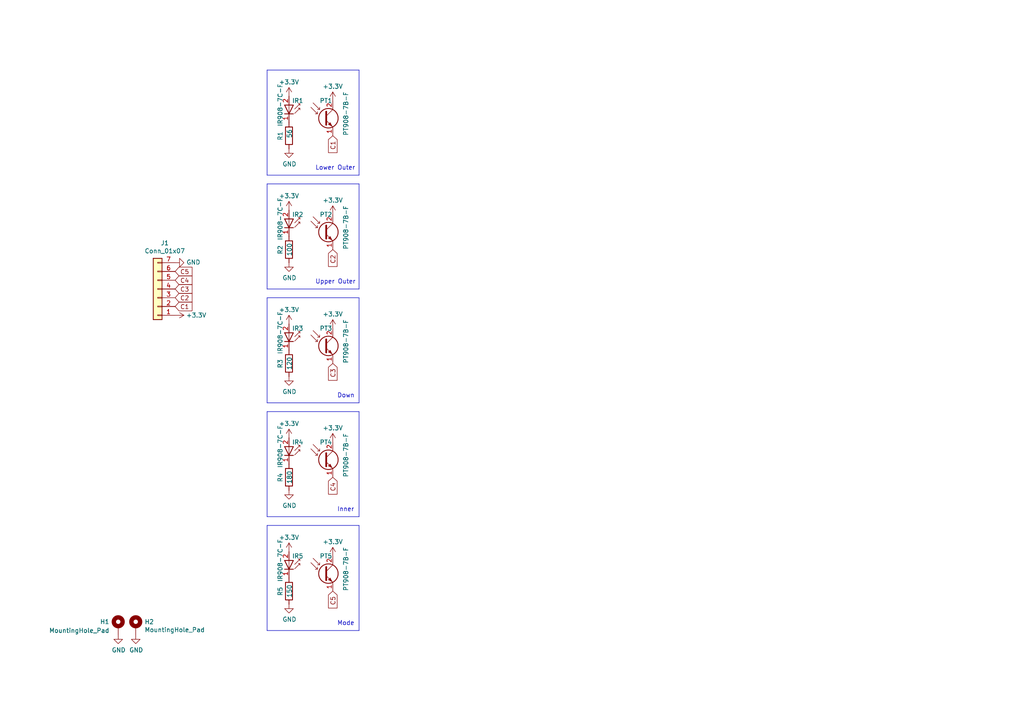
<source format=kicad_sch>
(kicad_sch (version 20230121) (generator eeschema)
  (paper "A4")
  (lib_symbols
    (symbol "Connector_Generic:Conn_01x07" (pin_names (offset 1.016) hide)
      (property "Reference" "J" (at 0 10.16 0))
      (property "Value" "Conn_01x07" (at 0 -10.16 0))
      (symbol "Conn_01x07_1_1"
        (rectangle (start -1.27 -7.493) (end 0 -7.747) (stroke (width 0.1524)))
        (rectangle (start -1.27 -4.953) (end 0 -5.207) (stroke (width 0.1524)))
        (rectangle (start -1.27 -2.413) (end 0 -2.667) (stroke (width 0.1524)))
        (rectangle (start -1.27 0.127) (end 0 -0.127) (stroke (width 0.1524)))
        (rectangle (start -1.27 2.667) (end 0 2.413) (stroke (width 0.1524)))
        (rectangle (start -1.27 5.207) (end 0 4.953) (stroke (width 0.1524)))
        (rectangle (start -1.27 7.747) (end 0 7.493) (stroke (width 0.1524)))
        (rectangle (start -1.27 8.89) (end 1.27 -8.89) (stroke (width 0.254)) (fill (type background)))
        (pin passive line (at -5.08 7.62 0) (length 3.81) (name "Pin_1") (number "1"))
        (pin passive line (at -5.08 5.08 0) (length 3.81) (name "Pin_2") (number "2"))
        (pin passive line (at -5.08 2.54 0) (length 3.81) (name "Pin_3") (number "3"))
        (pin passive line (at -5.08 0 0) (length 3.81) (name "Pin_4") (number "4"))
        (pin passive line (at -5.08 -2.54 0) (length 3.81) (name "Pin_5") (number "5"))
        (pin passive line (at -5.08 -5.08 0) (length 3.81) (name "Pin_6") (number "6"))
        (pin passive line (at -5.08 -7.62 0) (length 3.81) (name "Pin_7") (number "7"))
      )
    )
    (symbol "Device:R" (pin_numbers hide) (pin_names (offset 0))
      (property "Reference" "R" (at 2.032 0 90))
      (property "Value" "R" (at 0 0 90))
      (symbol "R_0_1"
        (rectangle (start -1.016 -2.54) (end 1.016 2.54) (stroke (width 0.254)))
      )
      (symbol "R_1_1"
        (pin passive line (at 0 3.81 270) (length 1.27) (name "~") (number "1"))
        (pin passive line (at 0 -3.81 90) (length 1.27) (name "~") (number "2"))
      )
    )
    (symbol "Mechanical:MountingHole_Pad" (pin_numbers hide) (pin_names (offset 1.016) hide)
      (property "Reference" "H" (at 0 6.35 0))
      (property "Value" "MountingHole_Pad" (at 0 4.445 0))
      (symbol "MountingHole_Pad_0_1"
        (circle (center 0 1.27) (radius 1.27) (stroke (width 1.27)))
      )
      (symbol "MountingHole_Pad_1_1"
        (pin input line (at 0 -2.54 90) (length 2.54) (name "1") (number "1"))
      )
    )
    (symbol "lalboard:IR908-7C-F" (pin_names (offset 1.016) hide)
      (property "Reference" "D" (at 1.778 3.048 0))
      (property "Value" "IR908-7C-F" (at -1.016 -2.794 0))
      (symbol "IR908-7C-F_0_1"
        (polyline (pts (xy -2.54 0) (xy 0 0)))
        (polyline (pts (xy -2.54 1.27) (xy -2.54 -1.27)) (stroke (width 0.254)))
        (polyline (pts (xy 0.381 3.175) (xy -0.127 3.175)))
        (polyline (pts (xy -1.143 1.651) (xy 0.381 3.175) (xy 0.381 2.667)))
        (polyline (pts (xy 0 -1.27) (xy 0 1.27) (xy -2.54 0) (xy 0 -1.27)) (stroke (width 0.254)))
        (polyline (pts (xy -2.413 1.651) (xy -0.889 3.175) (xy -0.889 2.667) (xy -0.889 3.175) (xy -1.397 3.175)))
      )
      (symbol "IR908-7C-F_1_1"
        (pin passive line (at -5.08 0 0) (length 2.54) (name "K") (number "1"))
        (pin passive line (at 2.54 0 180) (length 2.54) (name "A") (number "2"))
      )
    )
    (symbol "lalboard:PT908-7B-F" (pin_names (offset 0) hide)
      (property "Reference" "Q" (at 5.08 1.27 0))
      (property "Value" "PT908-7B-F" (at 5.08 -1.27 0))
      (symbol "PT908-7B-F_0_1"
        (polyline (pts (xy -1.905 1.27) (xy -2.54 1.27)))
        (polyline (pts (xy -1.27 2.54) (xy -1.905 2.54)))
        (polyline (pts (xy 0.635 0.635) (xy 2.54 2.54)))
        (polyline (pts (xy -3.81 3.175) (xy -1.905 1.27) (xy -1.905 1.905)))
        (polyline (pts (xy -3.175 4.445) (xy -1.27 2.54) (xy -1.27 3.175)))
        (polyline (pts (xy 0.635 -0.635) (xy 2.54 -2.54) (xy 2.54 -2.54)))
        (polyline (pts (xy 0.635 1.905) (xy 0.635 -1.905) (xy 0.635 -1.905)) (stroke (width 0.508)))
        (polyline (pts (xy 1.27 -1.778) (xy 1.778 -1.27) (xy 2.286 -2.286) (xy 1.27 -1.778) (xy 1.27 -1.778)) (fill (type outline)))
        (circle (center 1.27 0) (radius 2.8194) (stroke (width 0.254)))
      )
      (symbol "PT908-7B-F_1_1"
        (pin passive line (at 2.54 -5.08 90) (length 2.54) (name "E") (number "1"))
        (pin passive line (at 2.54 5.08 270) (length 2.54) (name "C") (number "2"))
      )
    )
    (symbol "power:+3.3V" (power) (pin_names (offset 0))
      (property "Value" "+3.3V" (at 0 3.556 0))
      (symbol "+3.3V_0_1"
        (polyline (pts (xy -0.762 1.27) (xy 0 2.54)))
        (polyline (pts (xy 0 0) (xy 0 2.54)))
        (polyline (pts (xy 0 2.54) (xy 0.762 1.27)))
      )
      (symbol "+3.3V_1_1"
        (pin power_in line (at 0 0 90) (length 0) hide (name "+3.3V") (number "1"))
      )
    )
    (symbol "power:GND" (power) (pin_names (offset 0))
      (property "Value" "GND" (at 0 -3.81 0))
      (symbol "GND_0_1"
        (polyline (pts (xy 0 0) (xy 0 -1.27) (xy 1.27 -1.27) (xy 0 -2.54) (xy -1.27 -1.27) (xy 0 -1.27)))
      )
      (symbol "GND_1_1"
        (pin power_in line (at 0 0 270) (length 0) hide (name "GND") (number "1"))
      )
    )
  )
  (polyline (pts (xy 77.47 20.32) (xy 104.14 20.32)))
  (polyline (pts (xy 77.47 152.4) (xy 104.14 152.4)))
  (polyline (pts (xy 104.14 20.32) (xy 104.14 50.8)))
  (polyline (pts (xy 104.14 83.82) (xy 77.47 83.82)))
  (polyline (pts (xy 77.47 20.32) (xy 77.47 50.8)))
  (polyline (pts (xy 104.14 119.38) (xy 104.14 149.86)))
  (polyline (pts (xy 104.14 50.8) (xy 77.47 50.8)))
  (polyline (pts (xy 77.47 86.36) (xy 77.47 116.84)))
  (polyline (pts (xy 104.14 86.36) (xy 104.14 116.84)))
  (polyline (pts (xy 77.47 53.34) (xy 104.14 53.34)))
  (polyline (pts (xy 77.47 53.34) (xy 77.47 83.82)))
  (polyline (pts (xy 77.47 152.4) (xy 77.47 182.88)))
  (polyline (pts (xy 77.47 119.38) (xy 77.47 149.86)))
  (polyline (pts (xy 104.14 149.86) (xy 77.47 149.86)))
  (polyline (pts (xy 104.14 182.88) (xy 77.47 182.88)))
  (polyline (pts (xy 104.14 116.84) (xy 77.47 116.84)))
  (polyline (pts (xy 104.14 53.34) (xy 104.14 83.82)))
  (polyline (pts (xy 77.47 86.36) (xy 104.14 86.36)))
  (polyline (pts (xy 104.14 152.4) (xy 104.14 182.88)))
  (polyline (pts (xy 77.47 119.38) (xy 104.14 119.38)))
  (text "Mode" (at 97.79 181.61 0) (effects (font (size 1.27 1.27)) (justify left bottom)))
  (text "Down" (at 97.79 115.57 0) (effects (font (size 1.27 1.27)) (justify left bottom)))
  (text "Upper Outer" (at 91.44 82.55 0) (effects (font (size 1.27 1.27)) (justify left bottom)))
  (text "Lower Outer" (at 91.44 49.53 0) (effects (font (size 1.27 1.27)) (justify left bottom)))
  (text "Inner" (at 97.79 148.59 0) (effects (font (size 1.27 1.27)) (justify left bottom)))
  (global_label "C5" (shape input) (at 96.52 171.45 270) (property "Intersheetrefs" "${INTERSHEET_REFS}" (effects hide)))
  (global_label "C3" (shape input) (at 96.52 105.41 270) (property "Intersheetrefs" "${INTERSHEET_REFS}" (effects hide)))
  (global_label "C1" (shape input) (at 96.52 39.37 270) (property "Intersheetrefs" "${INTERSHEET_REFS}" (effects hide)))
  (global_label "C3" (shape input) (at 50.8 83.82 0) (property "Intersheetrefs" "${INTERSHEET_REFS}" (effects hide)))
  (global_label "C4" (shape input) (at 96.52 138.43 270) (property "Intersheetrefs" "${INTERSHEET_REFS}" (effects hide)))
  (global_label "C2" (shape input) (at 96.52 72.39 270) (property "Intersheetrefs" "${INTERSHEET_REFS}" (effects hide)))
  (global_label "C1" (shape input) (at 50.8 88.9 0) (property "Intersheetrefs" "${INTERSHEET_REFS}" (effects hide)))
  (global_label "C2" (shape input) (at 50.8 86.36 0) (property "Intersheetrefs" "${INTERSHEET_REFS}" (effects hide)))
  (global_label "C4" (shape input) (at 50.8 81.28 0) (property "Intersheetrefs" "${INTERSHEET_REFS}" (effects hide)))
  (global_label "C5" (shape input) (at 50.8 78.74 0) (property "Intersheetrefs" "${INTERSHEET_REFS}" (effects hide)))
  (symbol (lib_id "Connector_Generic:Conn_01x07") (at 45.72 83.82 180) (unit 1)
    (property "Reference" "J1" (at 47.8028 70.485 0))
    (property "Value" "Conn_01x07" (at 47.8028 72.7964 0))
    (property "Footprint" "lalboard:JST_ZH_B7B-ZR_1x07_P1.50mm_Vertical" (effects hide))
  )
  (symbol (lib_id "lalboard:IR908-7C-F") (at 83.82 30.48 270) (mirror x) (unit 1)
    (property "Reference" "IR1" (at 86.36 29.21 90))
    (property "Value" "IR908-7C-F" (at 81.28 30.48 0))
    (property "Footprint" "lalboard:IR908-7C-F" (effects hide))
    (property "Datasheet" "https://www.everlight.com/file/ProductFile/201407052136280483.pdf" (effects hide))
  )
  (symbol (lib_id "lalboard:PT908-7B-F") (at 93.98 34.29 0) (unit 1)
    (property "Reference" "PT1" (at 92.71 29.21 0) (effects (justify left)))
    (property "Value" "PT908-7B-F" (at 100.33 39.37 90) (effects (justify left)))
    (property "Footprint" "lalboard:PT908-7C-F" (effects hide))
    (property "Datasheet" "https://www.everlight.com/file/ProductFile/PT908-7B-F.pdf" (effects hide))
  )
  (symbol (lib_id "Device:R") (at 83.82 39.37 180) (unit 1)
    (property "Reference" "R1" (at 81.28 38.1 90) (effects (justify left)))
    (property "Value" "56" (at 83.9724 37.4396 90) (effects (justify left)))
    (property "Footprint" "Resistor_SMD:R_0805_2012Metric_Pad1.20x1.40mm_HandSolder" (effects hide))
  )
  (symbol (lib_id "power:GND") (at 83.82 43.18 0) (unit 1)
    (property "Reference" "#PWR03" (effects hide))
    (property "Value" "GND" (at 83.947 47.5742 0))
  )
  (symbol (lib_id "power:GND") (at 50.8 76.2 90) (unit 1)
    (property "Reference" "#PWR01" (effects hide))
    (property "Value" "GND" (at 54.0512 76.073 90) (effects (justify right)))
  )
  (symbol (lib_id "lalboard:PT908-7B-F") (at 93.98 67.31 0) (unit 1)
    (property "Reference" "PT2" (at 92.71 62.23 0) (effects (justify left)))
    (property "Value" "PT908-7B-F" (at 100.33 72.39 90) (effects (justify left)))
    (property "Footprint" "lalboard:PT908-7C-F" (effects hide))
    (property "Datasheet" "https://www.everlight.com/file/ProductFile/PT908-7B-F.pdf" (effects hide))
  )
  (symbol (lib_id "Device:R") (at 83.82 72.39 180) (unit 1)
    (property "Reference" "R2" (at 81.28 71.12 90) (effects (justify left)))
    (property "Value" "100" (at 83.9724 70.4596 90) (effects (justify left)))
    (property "Footprint" "Resistor_SMD:R_0805_2012Metric_Pad1.20x1.40mm_HandSolder" (effects hide))
  )
  (symbol (lib_id "lalboard:IR908-7C-F") (at 83.82 63.5 270) (mirror x) (unit 1)
    (property "Reference" "IR2" (at 86.36 62.23 90))
    (property "Value" "IR908-7C-F" (at 81.28 63.5 0))
    (property "Footprint" "lalboard:IR908-7C-F" (effects hide))
    (property "Datasheet" "https://www.everlight.com/file/ProductFile/201407052136280483.pdf" (effects hide))
  )
  (symbol (lib_id "power:GND") (at 83.82 76.2 0) (unit 1)
    (property "Reference" "#PWR0102" (effects hide))
    (property "Value" "GND" (at 83.947 80.5942 0))
  )
  (symbol (lib_id "lalboard:PT908-7B-F") (at 93.98 100.33 0) (unit 1)
    (property "Reference" "PT3" (at 92.71 95.25 0) (effects (justify left)))
    (property "Value" "PT908-7B-F" (at 100.33 105.41 90) (effects (justify left)))
    (property "Footprint" "lalboard:PT908-7C-F" (effects hide))
    (property "Datasheet" "https://www.everlight.com/file/ProductFile/PT908-7B-F.pdf" (effects hide))
  )
  (symbol (lib_id "Device:R") (at 83.82 105.41 180) (unit 1)
    (property "Reference" "R3" (at 81.28 104.14 90) (effects (justify left)))
    (property "Value" "120" (at 83.9724 103.4796 90) (effects (justify left)))
    (property "Footprint" "Resistor_SMD:R_0805_2012Metric_Pad1.20x1.40mm_HandSolder" (effects hide))
  )
  (symbol (lib_id "lalboard:IR908-7C-F") (at 83.82 96.52 270) (mirror x) (unit 1)
    (property "Reference" "IR3" (at 86.36 95.25 90))
    (property "Value" "IR908-7C-F" (at 81.28 96.52 0))
    (property "Footprint" "lalboard:IR908-7C-F" (effects hide))
    (property "Datasheet" "https://www.everlight.com/file/ProductFile/201407052136280483.pdf" (effects hide))
  )
  (symbol (lib_id "power:GND") (at 83.82 109.22 0) (unit 1)
    (property "Reference" "#PWR0105" (effects hide))
    (property "Value" "GND" (at 83.947 113.6142 0))
  )
  (symbol (lib_id "lalboard:PT908-7B-F") (at 93.98 133.35 0) (unit 1)
    (property "Reference" "PT4" (at 92.71 128.27 0) (effects (justify left)))
    (property "Value" "PT908-7B-F" (at 100.33 138.43 90) (effects (justify left)))
    (property "Footprint" "lalboard:PT908-7C-F" (effects hide))
    (property "Datasheet" "https://www.everlight.com/file/ProductFile/PT908-7B-F.pdf" (effects hide))
  )
  (symbol (lib_id "Device:R") (at 83.82 138.43 180) (unit 1)
    (property "Reference" "R4" (at 81.28 137.16 90) (effects (justify left)))
    (property "Value" "180" (at 83.9724 136.4996 90) (effects (justify left)))
    (property "Footprint" "Resistor_SMD:R_0805_2012Metric_Pad1.20x1.40mm_HandSolder" (effects hide))
  )
  (symbol (lib_id "lalboard:IR908-7C-F") (at 83.82 129.54 270) (mirror x) (unit 1)
    (property "Reference" "IR4" (at 86.36 128.27 90))
    (property "Value" "IR908-7C-F" (at 81.28 129.54 0))
    (property "Footprint" "lalboard:IR908-7C-F" (effects hide))
    (property "Datasheet" "https://www.everlight.com/file/ProductFile/201407052136280483.pdf" (effects hide))
  )
  (symbol (lib_id "power:GND") (at 83.82 142.24 0) (unit 1)
    (property "Reference" "#PWR0108" (effects hide))
    (property "Value" "GND" (at 83.947 146.6342 0))
  )
  (symbol (lib_id "lalboard:PT908-7B-F") (at 93.98 166.37 0) (unit 1)
    (property "Reference" "PT5" (at 92.71 161.29 0) (effects (justify left)))
    (property "Value" "PT908-7B-F" (at 100.33 171.45 90) (effects (justify left)))
    (property "Footprint" "lalboard:PT908-7C-F" (effects hide))
    (property "Datasheet" "https://www.everlight.com/file/ProductFile/PT908-7B-F.pdf" (effects hide))
  )
  (symbol (lib_id "Device:R") (at 83.82 171.45 180) (unit 1)
    (property "Reference" "R5" (at 81.28 170.18 90) (effects (justify left)))
    (property "Value" "150" (at 83.9724 169.5196 90) (effects (justify left)))
    (property "Footprint" "Resistor_SMD:R_0805_2012Metric_Pad1.20x1.40mm_HandSolder" (effects hide))
  )
  (symbol (lib_id "lalboard:IR908-7C-F") (at 83.82 162.56 270) (mirror x) (unit 1)
    (property "Reference" "IR5" (at 86.36 161.29 90))
    (property "Value" "IR908-7C-F" (at 81.28 162.56 0))
    (property "Footprint" "lalboard:IR908-7C-F" (effects hide))
    (property "Datasheet" "https://www.everlight.com/file/ProductFile/201407052136280483.pdf" (effects hide))
  )
  (symbol (lib_id "power:GND") (at 83.82 175.26 0) (unit 1)
    (property "Reference" "#PWR0111" (effects hide))
    (property "Value" "GND" (at 83.947 179.6542 0))
  )
  (symbol (lib_id "Mechanical:MountingHole_Pad") (at 34.29 181.61 0) (unit 1)
    (property "Reference" "H1" (at 31.75 180.34 0) (effects (justify right)))
    (property "Value" "MountingHole_Pad" (at 31.75 182.88 0) (effects (justify right)))
    (property "Footprint" "MountingHole:MountingHole_3.2mm_M3_Pad" (effects hide))
  )
  (symbol (lib_id "Mechanical:MountingHole_Pad") (at 39.37 181.61 0) (unit 1)
    (property "Reference" "H2" (at 41.91 180.3654 0) (effects (justify left)))
    (property "Value" "MountingHole_Pad" (at 41.91 182.6768 0) (effects (justify left)))
    (property "Footprint" "MountingHole:MountingHole_3.2mm_M3_Pad" (effects hide))
  )
  (symbol (lib_id "power:GND") (at 34.29 184.15 0) (unit 1)
    (property "Reference" "#PWR0113" (effects hide))
    (property "Value" "GND" (at 34.417 188.5442 0))
  )
  (symbol (lib_id "power:GND") (at 39.37 184.15 0) (unit 1)
    (property "Reference" "#PWR0114" (effects hide))
    (property "Value" "GND" (at 39.497 188.5442 0))
  )
  (symbol (lib_id "power:+3.3V") (at 83.82 160.02 0) (unit 1)
    (property "Reference" "#PWR012" (effects hide))
    (property "Value" "+3.3V" (at 83.82 155.8869 0))
  )
  (symbol (lib_id "power:+3.3V") (at 96.52 128.27 0) (unit 1)
    (property "Reference" "#PWR011" (effects hide))
    (property "Value" "+3.3V" (at 96.52 124.1369 0))
  )
  (symbol (lib_id "power:+3.3V") (at 96.52 161.29 0) (unit 1)
    (property "Reference" "#PWR013" (effects hide))
    (property "Value" "+3.3V" (at 96.52 157.1569 0))
  )
  (symbol (lib_id "power:+3.3V") (at 83.82 93.98 0) (unit 1)
    (property "Reference" "#PWR08" (effects hide))
    (property "Value" "+3.3V" (at 83.82 89.8469 0))
  )
  (symbol (lib_id "power:+3.3V") (at 96.52 29.21 0) (unit 1)
    (property "Reference" "#PWR05" (effects hide))
    (property "Value" "+3.3V" (at 96.52 25.0769 0))
  )
  (symbol (lib_id "power:+3.3V") (at 83.82 27.94 0) (unit 1)
    (property "Reference" "#PWR04" (effects hide))
    (property "Value" "+3.3V" (at 83.82 23.8069 0))
  )
  (symbol (lib_id "power:+3.3V") (at 83.82 127 0) (unit 1)
    (property "Reference" "#PWR010" (effects hide))
    (property "Value" "+3.3V" (at 83.82 122.8669 0))
  )
  (symbol (lib_id "power:+3.3V") (at 96.52 95.25 0) (unit 1)
    (property "Reference" "#PWR09" (effects hide))
    (property "Value" "+3.3V" (at 96.52 91.1169 0))
  )
  (symbol (lib_id "power:+3.3V") (at 50.8 91.44 270) (unit 1)
    (property "Reference" "#PWR02" (effects hide))
    (property "Value" "+3.3V" (at 53.975 91.44 90) (effects (justify left)))
  )
  (symbol (lib_id "power:+3.3V") (at 83.82 60.96 0) (unit 1)
    (property "Reference" "#PWR06" (effects hide))
    (property "Value" "+3.3V" (at 83.82 56.8269 0))
  )
  (symbol (lib_id "power:+3.3V") (at 96.52 62.23 0) (unit 1)
    (property "Reference" "#PWR07" (effects hide))
    (property "Value" "+3.3V" (at 96.52 58.0969 0))
  )
)
</source>
